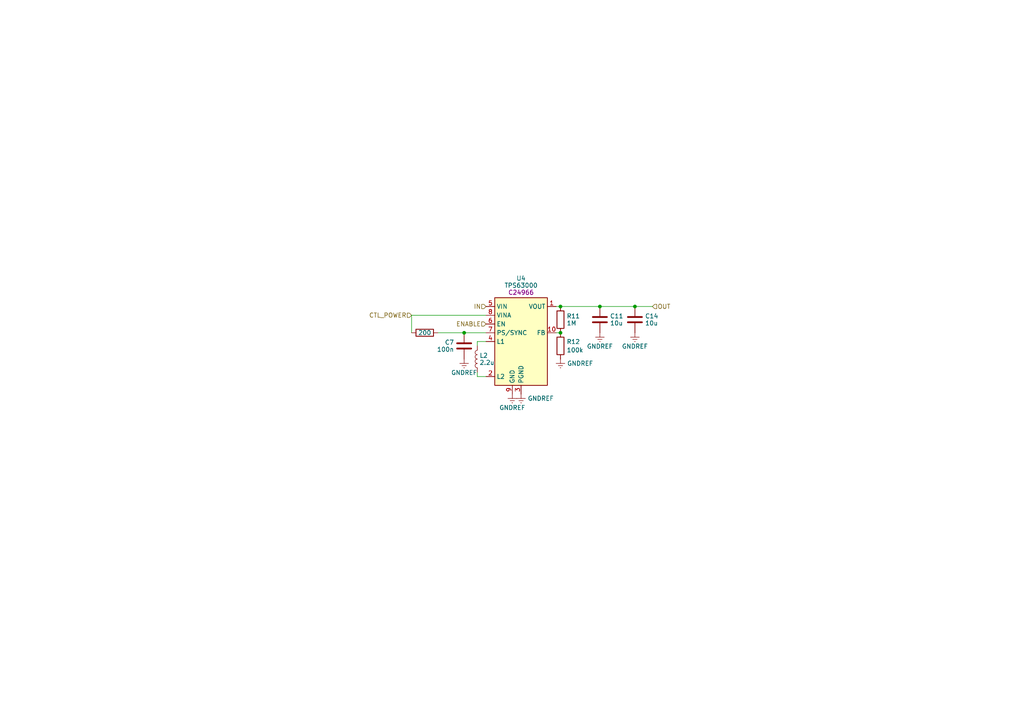
<source format=kicad_sch>
(kicad_sch (version 20230121) (generator eeschema)
  (paper "A4")
  (lib_symbols
    (symbol "Library:C" (pin_numbers hide) (pin_names (offset 0.254))
      (property "Reference" "C" (at 0.635 2.54 0))
      (property "Value" "C" (at 0.635 -2.54 0))
      (symbol "C_0_1"
        (polyline (pts (xy -2.032 -0.762) (xy 2.032 -0.762)) (stroke (width 0.508)))
        (polyline (pts (xy -2.032 0.762) (xy 2.032 0.762)) (stroke (width 0.508)))
      )
      (symbol "C_1_1"
        (pin passive line (at 0 3.81 270) (length 2.794) (name "~") (number "1"))
        (pin passive line (at 0 -3.81 90) (length 2.794) (name "~") (number "2"))
      )
    )
    (symbol "Library:L" (pin_numbers hide) (pin_names (offset 1.016) hide)
      (property "Reference" "L" (at -1.27 0 90))
      (property "Value" "L" (at 1.905 0 90))
      (symbol "L_0_1"
        (arc (start 0 -2.54) (mid 0.6323 -1.905) (end 0 -1.27))
        (arc (start 0 -1.27) (mid 0.6323 -0.635) (end 0 0))
        (arc (start 0 0) (mid 0.6323 0.635) (end 0 1.27))
        (arc (start 0 1.27) (mid 0.6323 1.905) (end 0 2.54))
      )
      (symbol "L_1_1"
        (pin passive line (at 0 3.81 270) (length 1.27) (name "1") (number "1"))
        (pin passive line (at 0 -3.81 90) (length 1.27) (name "2") (number "2"))
      )
    )
    (symbol "Library:R" (pin_numbers hide) (pin_names (offset 0))
      (property "Reference" "R" (at 2.032 0 90))
      (property "Value" "R" (at 0 0 90))
      (symbol "R_0_1"
        (rectangle (start -1.016 -2.54) (end 1.016 2.54) (stroke (width 0.254)))
      )
      (symbol "R_1_1"
        (pin passive line (at 0 3.81 270) (length 1.27) (name "~") (number "1"))
        (pin passive line (at 0 -3.81 90) (length 1.27) (name "~") (number "2"))
      )
    )
    (symbol "Library:TPS63001"
      (property "Reference" "U" (at -7.62 13.97 0))
      (property "Value" "TPS63001" (at 5.08 13.97 0))
      (property "JLC Part #" "C28060" (at 0 0 0))
      (symbol "TPS63001_0_1"
        (rectangle (start -7.62 12.7) (end 7.62 -12.7) (stroke (width 0.254)) (fill (type background)))
      )
      (symbol "TPS63001_1_1"
        (pin power_out line (at 10.16 10.16 180) (length 2.54) (name "VOUT") (number "1"))
        (pin input line (at 10.16 2.54 180) (length 2.54) (name "FB") (number "10"))
        (pin passive line (at 0 -15.24 90) (length 2.54) hide (name "PGND") (number "11"))
        (pin input line (at -10.16 -10.16 0) (length 2.54) (name "L2") (number "2"))
        (pin power_in line (at 0 -15.24 90) (length 2.54) (name "PGND") (number "3"))
        (pin input line (at -10.16 0 0) (length 2.54) (name "L1") (number "4"))
        (pin power_in line (at -10.16 10.16 0) (length 2.54) (name "VIN") (number "5"))
        (pin input line (at -10.16 5.08 0) (length 2.54) (name "EN") (number "6"))
        (pin input line (at -10.16 2.54 0) (length 2.54) (name "PS/SYNC") (number "7"))
        (pin power_in line (at -10.16 7.62 0) (length 2.54) (name "VINA") (number "8"))
        (pin power_in line (at -2.54 -15.24 90) (length 2.54) (name "GND") (number "9"))
      )
    )
    (symbol "power:GNDREF" (power) (pin_names (offset 0))
      (property "Value" "GNDREF" (at 0 -3.81 0))
      (symbol "GNDREF_0_1"
        (polyline (pts (xy -0.635 -1.905) (xy 0.635 -1.905)))
        (polyline (pts (xy -0.127 -2.54) (xy 0.127 -2.54)))
        (polyline (pts (xy 0 -1.27) (xy 0 0)))
        (polyline (pts (xy 1.27 -1.27) (xy -1.27 -1.27)))
      )
      (symbol "GNDREF_1_1"
        (pin power_in line (at 0 0 270) (length 0) hide (name "GNDREF") (number "1"))
      )
    )
  )
  (junction (at 162.56 96.52))
  (junction (at 162.56 88.9))
  (junction (at 134.62 96.52))
  (junction (at 184.15 88.9))
  (junction (at 173.99 88.9))
  (wire (pts (xy 161.29 96.52) (xy 162.56 96.52)))
  (wire (pts (xy 138.43 100.33) (xy 138.43 99.06)))
  (wire (pts (xy 140.97 109.22) (xy 138.43 109.22)))
  (wire (pts (xy 173.99 88.9) (xy 184.15 88.9)))
  (wire (pts (xy 140.97 91.44) (xy 119.38 91.44)))
  (wire (pts (xy 162.56 88.9) (xy 173.99 88.9)))
  (wire (pts (xy 119.38 91.44) (xy 119.38 96.52)))
  (wire (pts (xy 134.62 96.52) (xy 140.97 96.52)))
  (wire (pts (xy 161.29 88.9) (xy 162.56 88.9)))
  (wire (pts (xy 138.43 109.22) (xy 138.43 107.95)))
  (wire (pts (xy 138.43 99.06) (xy 140.97 99.06)))
  (wire (pts (xy 127 96.52) (xy 134.62 96.52)))
  (wire (pts (xy 184.15 88.9) (xy 189.23 88.9)))
  (hierarchical_label "CTL_POWER" (shape input) (at 119.38 91.44 180))
  (hierarchical_label "IN" (shape input) (at 140.97 88.9 180))
  (hierarchical_label "OUT" (shape input) (at 189.23 88.9 0))
  (hierarchical_label "ENABLE" (shape input) (at 140.97 93.98 180))
  (symbol (lib_id "Library:R") (at 162.56 92.71 0) (unit 1)
    (property "Reference" "R11" (at 164.338 91.686 0) (effects (justify left)))
    (property "Value" "1M" (at 164.338 93.734 0) (effects (justify left)))
    (property "Footprint" "Resistor_SMD:R_0402_1005Metric" (effects hide))
    (property "MPN" "C26083" (effects hide))
    (instances (project "DiveCAN Head2" (path "" (reference "R11") (unit 1)) (path "" (reference "R30") (unit 1)) (path "" (reference "R39") (unit 1))))
  )
  (symbol (lib_id "power:GNDREF") (at 173.99 96.52 0) (unit 1)
    (property "Reference" "#PWR026" (effects hide))
    (property "Value" "GNDREF" (at 173.99 100.465 0))
    (instances (project "DiveCAN Head2" (path "" (reference "#PWR026") (unit 1)) (path "" (reference "#PWR052") (unit 1)) (path "" (reference "#PWR020") (unit 1))))
  )
  (symbol (lib_id "power:GNDREF") (at 134.62 104.14 0) (unit 1)
    (property "Reference" "#PWR016" (effects hide))
    (property "Value" "GNDREF" (at 134.62 108.085 0))
    (instances (project "DiveCAN Head2" (path "" (reference "#PWR016") (unit 1)) (path "" (reference "#PWR048") (unit 1)) (path "" (reference "#PWR011") (unit 1))))
  )
  (symbol (lib_id "Library:C") (at 184.15 92.71 0) (unit 1)
    (property "Reference" "C14" (at 187.071 91.686 0) (effects (justify left)))
    (property "Value" "10u" (at 187.071 93.734 0) (effects (justify left)))
    (property "Footprint" "Capacitor_SMD:C_0603_1608Metric" (effects hide))
    (property "MPN" "C19702" (effects hide))
    (instances (project "DiveCAN Head2" (path "" (reference "C14") (unit 1)) (path "" (reference "C15") (unit 1)) (path "" (reference "C5") (unit 1))))
  )
  (symbol (lib_id "Library:TPS63001") (at 151.13 99.06 0) (unit 1)
    (property "Reference" "U4" (at 151.13 80.732 0))
    (property "Value" "TPS63000" (at 151.13 82.78 0))
    (property "Footprint" "Package_SON:Texas_DRC0010J" (effects hide))
    (property "Datasheet" "http://www.ti.com/lit/ds/symlink/tps63000.pdf" (effects hide))
    (property "MPN" "C24966" (at 151.13 84.828 0))
    (instances (project "DiveCAN Head2" (path "" (reference "U4") (unit 1)) (path "" (reference "U8") (unit 1)) (path "" (reference "U3") (unit 1))))
  )
  (symbol (lib_id "Library:C") (at 134.62 100.33 180) (unit 1)
    (property "Reference" "C7" (at 131.6991 99.306 0) (effects (justify left)))
    (property "Value" "100n" (at 131.6991 101.354 0) (effects (justify left)))
    (property "Footprint" "Capacitor_SMD:C_0603_1608Metric" (effects hide))
    (property "MPN" "C14663" (effects hide))
    (instances (project "DiveCAN Head2" (path "" (reference "C7") (unit 1)) (path "" (reference "C13") (unit 1)) (path "" (reference "C3") (unit 1))))
  )
  (symbol (lib_id "Library:R") (at 162.56 100.33 0) (unit 1)
    (property "Reference" "R12" (at 164.338 99.1179 0) (effects (justify left)))
    (property "Value" "100k" (at 164.338 101.5421 0) (effects (justify left)))
    (property "Footprint" "Resistor_SMD:R_0402_1005Metric" (effects hide))
    (property "MPN" "C140218" (effects hide))
    (instances (project "DiveCAN Head2" (path "" (reference "R12") (unit 1)) (path "" (reference "R31") (unit 1)) (path "" (reference "R40") (unit 1))))
  )
  (symbol (lib_id "power:GNDREF") (at 162.56 104.14 0) (unit 1)
    (property "Reference" "#PWR022" (effects hide))
    (property "Value" "GNDREF" (at 164.465 105.41 0) (effects (justify left)))
    (instances (project "DiveCAN Head2" (path "" (reference "#PWR022") (unit 1)) (path "" (reference "#PWR051") (unit 1)) (path "" (reference "#PWR017") (unit 1))))
  )
  (symbol (lib_id "Library:C") (at 173.99 92.71 0) (unit 1)
    (property "Reference" "C11" (at 176.911 91.686 0) (effects (justify left)))
    (property "Value" "10u" (at 176.911 93.734 0) (effects (justify left)))
    (property "Footprint" "Capacitor_SMD:C_0603_1608Metric" (effects hide))
    (property "MPN" "C19702" (effects hide))
    (instances (project "DiveCAN Head2" (path "" (reference "C11") (unit 1)) (path "" (reference "C14") (unit 1)) (path "" (reference "C4") (unit 1))))
  )
  (symbol (lib_id "power:GNDREF") (at 184.15 96.52 0) (unit 1)
    (property "Reference" "#PWR029" (effects hide))
    (property "Value" "GNDREF" (at 184.15 100.465 0))
    (instances (project "DiveCAN Head2" (path "" (reference "#PWR029") (unit 1)) (path "" (reference "#PWR053") (unit 1)) (path "" (reference "#PWR021") (unit 1))))
  )
  (symbol (lib_id "power:GNDREF") (at 151.13 114.3 0) (unit 1)
    (property "Reference" "#PWR019" (effects hide))
    (property "Value" "GNDREF" (at 153.035 115.57 0) (effects (justify left)))
    (instances (project "DiveCAN Head2" (path "" (reference "#PWR019") (unit 1)) (path "" (reference "#PWR050") (unit 1)) (path "" (reference "#PWR013") (unit 1))))
  )
  (symbol (lib_id "Library:L") (at 138.43 104.14 180) (unit 1)
    (property "Reference" "L2" (at 139.0649 103.116 0) (effects (justify right)))
    (property "Value" "2.2u" (at 139.0649 105.164 0) (effects (justify right)))
    (property "Footprint" "Library:L_4x4" (effects hide))
    (property "MPN" "C701258" (effects hide))
    (instances (project "DiveCAN Head2" (path "" (reference "L2") (unit 1)) (path "" (reference "L1") (unit 1)) (path "" (reference "L1") (unit 1))))
  )
  (symbol (lib_id "power:GNDREF") (at 148.59 114.3 0) (unit 1)
    (property "Reference" "#PWR018" (effects hide))
    (property "Value" "GNDREF" (at 148.59 118.245 0))
    (instances (project "DiveCAN Head2" (path "" (reference "#PWR018") (unit 1)) (path "" (reference "#PWR049") (unit 1)) (path "" (reference "#PWR012") (unit 1))))
  )
  (symbol (lib_id "Library:R") (at 123.19 96.52 90) (unit 1)
    (property "Reference" "R20" (effects hide))
    (property "Value" "200" (at 123.19 96.52 90))
    (property "Footprint" "Resistor_SMD:R_0402_1005Metric" (effects hide))
    (property "MPN" "C25087" (effects hide))
    (instances (project "DiveCAN Head2" (path "" (reference "R20") (unit 1)) (path "" (reference "R29") (unit 1)) (path "" (reference "R10") (unit 1))))
  )
)
</source>
